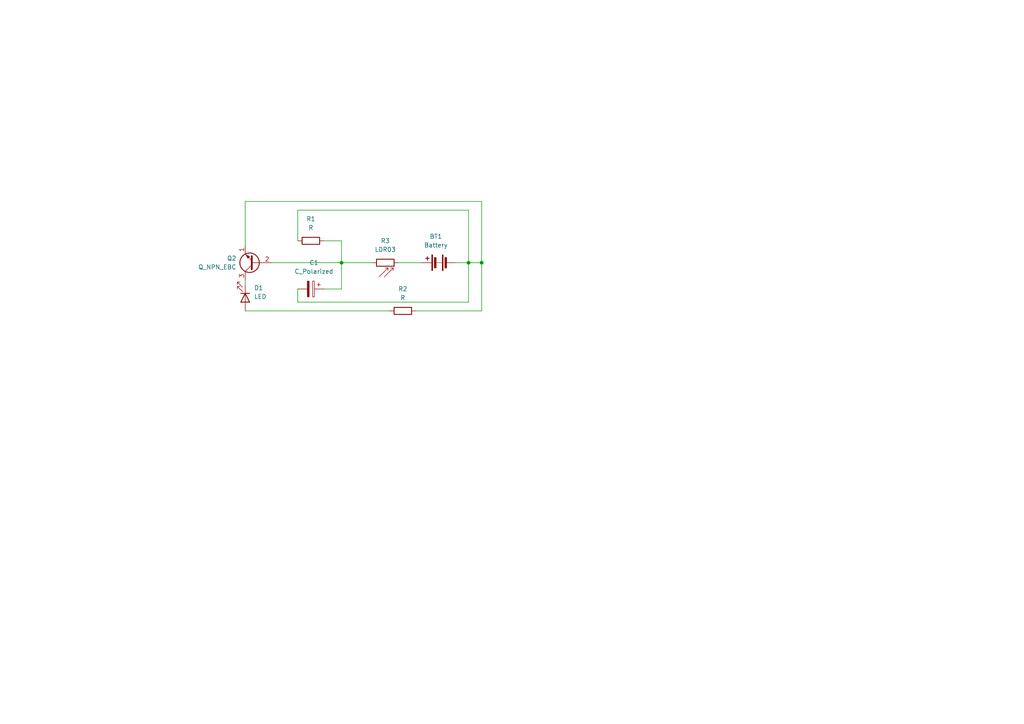
<source format=kicad_sch>
(kicad_sch (version 20250114) (generator "eeschema") (generator_version "9.0")
  (paper "A4")
  (lib_symbols
    (symbol "Device:Battery" (pin_numbers (hide yes)) (pin_names (offset 0) (hide yes))
      (property "Reference" "BT" (at 2.54 2.54 0))
      (property "Value" "Battery" (at 2.54 0 0))
      (symbol "Battery_0_1"
        (rectangle (start -2.286 1.778) (end 2.286 1.524) (fill (type outline)))
        (rectangle (start -2.286 -1.27) (end 2.286 -1.524) (fill (type outline)))
        (rectangle (start -1.524 1.016) (end 1.524 0.508) (fill (type outline)))
        (rectangle (start -1.524 -2.032) (end 1.524 -2.54) (fill (type outline)))
        (polyline (pts (xy 0 1.778) (xy 0 2.54)))
        (polyline (pts (xy 0 0) (xy 0 0.254)))
        (polyline (pts (xy 0 -0.508) (xy 0 -0.254)))
        (polyline (pts (xy 0 -1.016) (xy 0 -0.762)))
        (polyline (pts (xy 0.762 3.048) (xy 1.778 3.048)) (stroke (width 0.254)))
        (polyline (pts (xy 1.27 3.556) (xy 1.27 2.54)) (stroke (width 0.254)))
      )
      (symbol "Battery_1_1"
        (pin passive line (at 0 5.08 270) (length 2.54) (name "+") (number "1"))
        (pin passive line (at 0 -5.08 90) (length 2.54) (name "-") (number "2"))
      )
    )
    (symbol "Device:C_Polarized" (pin_numbers (hide yes)) (pin_names (offset 0.254))
      (property "Reference" "C" (at 0.635 2.54 0))
      (property "Value" "C_Polarized" (at 0.635 -2.54 0))
      (symbol "C_Polarized_0_1"
        (rectangle (start -2.286 0.508) (end 2.286 1.016))
        (polyline (pts (xy -1.778 2.286) (xy -0.762 2.286)))
        (polyline (pts (xy -1.27 2.794) (xy -1.27 1.778)))
        (rectangle (start 2.286 -0.508) (end -2.286 -1.016) (fill (type outline)))
      )
      (symbol "C_Polarized_1_1"
        (pin passive line (at 0 3.81 270) (length 2.794) (name "~") (number "1"))
        (pin passive line (at 0 -3.81 90) (length 2.794) (name "~") (number "2"))
      )
    )
    (symbol "Device:LED" (pin_numbers (hide yes)) (pin_names (offset 1.016) (hide yes))
      (property "Reference" "D" (at 0 2.54 0))
      (property "Value" "LED" (at 0 -2.54 0))
      (symbol "LED_0_1"
        (polyline (pts (xy -3.048 -0.762) (xy -4.572 -2.286) (xy -3.81 -2.286) (xy -4.572 -2.286) (xy -4.572 -1.524)))
        (polyline (pts (xy -1.778 -0.762) (xy -3.302 -2.286) (xy -2.54 -2.286) (xy -3.302 -2.286) (xy -3.302 -1.524)))
        (polyline (pts (xy -1.27 0) (xy 1.27 0)))
        (polyline (pts (xy -1.27 -1.27) (xy -1.27 1.27)) (stroke (width 0.254)))
        (polyline (pts (xy 1.27 -1.27) (xy 1.27 1.27) (xy -1.27 0) (xy 1.27 -1.27)) (stroke (width 0.254)))
      )
      (symbol "LED_1_1"
        (pin passive line (at -3.81 0 0) (length 2.54) (name "K") (number "1"))
        (pin passive line (at 3.81 0 180) (length 2.54) (name "A") (number "2"))
      )
    )
    (symbol "Device:R" (pin_numbers (hide yes)) (pin_names (offset 0))
      (property "Reference" "R" (at 2.032 0 90))
      (property "Value" "R" (at 0 0 90))
      (symbol "R_0_1"
        (rectangle (start -1.016 -2.54) (end 1.016 2.54) (stroke (width 0.254)))
      )
      (symbol "R_1_1"
        (pin passive line (at 0 3.81 270) (length 1.27) (name "~") (number "1"))
        (pin passive line (at 0 -3.81 90) (length 1.27) (name "~") (number "2"))
      )
    )
    (symbol "Sensor_Optical:LDR03" (pin_numbers (hide yes)) (pin_names (offset 0))
      (property "Reference" "R" (at -5.08 0 90))
      (property "Value" "LDR03" (at 1.905 0 90))
      (symbol "LDR03_0_1"
        (polyline (pts (xy -1.524 -0.762) (xy -4.064 1.778)))
        (polyline (pts (xy -1.524 -0.762) (xy -2.286 -0.762)))
        (polyline (pts (xy -1.524 -0.762) (xy -1.524 0)))
        (polyline (pts (xy -1.524 -2.286) (xy -4.064 0.254)))
        (polyline (pts (xy -1.524 -2.286) (xy -2.286 -2.286)))
        (polyline (pts (xy -1.524 -2.286) (xy -1.524 -1.524)))
        (rectangle (start -1.016 2.54) (end 1.016 -2.54) (stroke (width 0.254)))
      )
      (symbol "LDR03_1_1"
        (pin passive line (at 0 3.81 270) (length 1.27) (name "~") (number "1"))
        (pin passive line (at 0 -3.81 90) (length 1.27) (name "~") (number "2"))
      )
    )
    (symbol "Transistor_BJT:Q_NPN_EBC" (pin_names (offset 0) (hide yes))
      (property "Reference" "Q" (at 5.08 1.27 0))
      (property "Value" "Q_NPN_EBC" (at 5.08 -1.27 0))
      (symbol "Q_NPN_EBC_0_1"
        (polyline (pts (xy -2.54 0) (xy 0.635 0)))
        (polyline (pts (xy 0.635 1.905) (xy 0.635 -1.905)) (stroke (width 0.508)))
        (circle (center 1.27 0) (radius 2.8194) (stroke (width 0.254)))
      )
      (symbol "Q_NPN_EBC_1_1"
        (polyline (pts (xy 0.635 0.635) (xy 2.54 2.54)))
        (polyline (pts (xy 0.635 -0.635) (xy 2.54 -2.54)))
        (polyline (pts (xy 1.27 -1.778) (xy 1.778 -1.27) (xy 2.286 -2.286) (xy 1.27 -1.778)) (fill (type outline)))
        (pin input line (at -5.08 0 0) (length 2.54) (name "B") (number "2"))
        (pin passive line (at 2.54 5.08 270) (length 2.54) (name "C") (number "3"))
        (pin passive line (at 2.54 -5.08 90) (length 2.54) (name "E") (number "1"))
      )
    )
  )
  (junction (at 99.06 76.2))
  (junction (at 135.89 76.2))
  (junction (at 139.7 76.2))
  (wire (pts (xy 78.74 76.2) (xy 99.06 76.2)))
  (wire (pts (xy 71.12 71.12) (xy 71.12 58.42)))
  (wire (pts (xy 99.06 83.82) (xy 99.06 76.2)))
  (wire (pts (xy 135.89 87.63) (xy 135.89 76.2)))
  (wire (pts (xy 86.36 69.85) (xy 86.36 60.96)))
  (wire (pts (xy 99.06 69.85) (xy 99.06 76.2)))
  (wire (pts (xy 86.36 83.82) (xy 86.36 87.63)))
  (wire (pts (xy 99.06 69.85) (xy 93.98 69.85)))
  (wire (pts (xy 71.12 90.17) (xy 113.03 90.17)))
  (wire (pts (xy 71.12 82.55) (xy 71.12 81.28)))
  (wire (pts (xy 139.7 90.17) (xy 139.7 76.2)))
  (wire (pts (xy 135.89 76.2) (xy 132.08 76.2)))
  (wire (pts (xy 86.36 60.96) (xy 135.89 60.96)))
  (wire (pts (xy 99.06 76.2) (xy 107.95 76.2)))
  (wire (pts (xy 139.7 76.2) (xy 135.89 76.2)))
  (wire (pts (xy 120.65 90.17) (xy 139.7 90.17)))
  (wire (pts (xy 135.89 60.96) (xy 135.89 76.2)))
  (wire (pts (xy 86.36 87.63) (xy 135.89 87.63)))
  (wire (pts (xy 139.7 58.42) (xy 139.7 76.2)))
  (wire (pts (xy 99.06 83.82) (xy 93.98 83.82)))
  (wire (pts (xy 115.57 76.2) (xy 121.92 76.2)))
  (wire (pts (xy 71.12 58.42) (xy 139.7 58.42)))
  (symbol (lib_id "Device:C_Polarized") (at 90.17 83.82 270) (unit 1)
    (property "Reference" "C1" (at 91.059 76.2 90))
    (property "Value" "C_Polarized" (at 91.059 78.74 90))
    (property "Footprint" "Capacitor_THT:CP_Radial_D5.0mm_P2.00mm" (effects (hide yes)))
    (property "Description" "Polarized capacitor" (effects (hide yes)))
  )
  (symbol (lib_id "Device:R") (at 90.17 69.85 90) (unit 1)
    (property "Reference" "R1" (at 90.17 63.5 90))
    (property "Value" "R" (at 90.17 66.04 90))
    (property "Footprint" "Resistor_THT:R_Axial_DIN0207_L6.3mm_D2.5mm_P7.62mm_Horizontal" (effects (hide yes)))
    (property "Description" "Resistor" (effects (hide yes)))
  )
  (symbol (lib_id "Device:Battery") (at 127 76.2 90) (unit 1)
    (property "Reference" "BT1" (at 126.4285 68.58 90))
    (property "Value" "Battery" (at 126.4285 71.12 90))
    (property "Footprint" "Battery:BatteryHolder_Keystone_3000_1x12mm" (effects (hide yes)))
    (property "Description" "Multiple-cell battery" (effects (hide yes)))
  )
  (symbol (lib_id "Sensor_Optical:LDR03") (at 111.76 76.2 90) (unit 1)
    (property "Reference" "R3" (at 111.76 69.85 90))
    (property "Value" "LDR03" (at 111.76 72.39 90))
    (property "Footprint" "OptoDevice:R_LDR_10x8.5mm_P7.6mm_Vertical" (effects (hide yes)))
    (property "Datasheet" "http://www.elektronica-componenten.nl/WebRoot/StoreNL/Shops/61422969/54F1/BA0C/C664/31B9/2173/C0A8/2AB9/2AEF/LDR03IMP.pdf" (effects (hide yes)))
    (property "Description" "light dependent resistor" (effects (hide yes)))
  )
  (symbol (lib_id "Device:R") (at 116.84 90.17 90) (unit 1)
    (property "Reference" "R2" (at 116.84 83.82 90))
    (property "Value" "R" (at 116.84 86.36 90))
    (property "Footprint" "Resistor_THT:R_Axial_DIN0207_L6.3mm_D2.5mm_P7.62mm_Horizontal" (effects (hide yes)))
    (property "Description" "Resistor" (effects (hide yes)))
  )
  (symbol (lib_id "Device:LED") (at 71.12 86.36 270) (unit 1)
    (property "Reference" "D1" (at 73.66 83.5024 90) (effects (justify left)))
    (property "Value" "LED" (at 73.66 86.0424 90) (effects (justify left)))
    (property "Footprint" "LED_THT:LED_D5.0mm" (effects (hide yes)))
    (property "Description" "Light emitting diode" (effects (hide yes)))
    (property "Sim.Pins" "1=K 2=A" (effects (hide yes)))
  )
  (symbol (lib_id "Transistor_BJT:Q_NPN_EBC") (at 73.66 76.2 180) (unit 1)
    (property "Reference" "Q2" (at 68.58 74.9299 0) (effects (justify left)))
    (property "Value" "Q_NPN_EBC" (at 68.58 77.4699 0) (effects (justify left)))
    (property "Footprint" "Package_TO_SOT_THT:TO-92_Inline" (effects (hide yes)))
    (property "Description" "NPN transistor, emitter/base/collector" (effects (hide yes)))
  )
)
</source>
